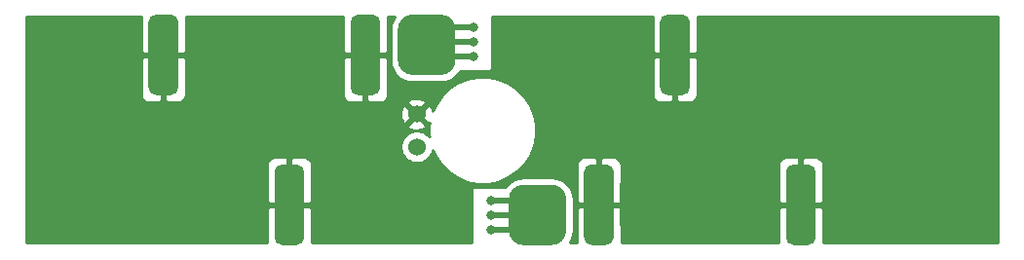
<source format=gtl>
%TF.GenerationSoftware,KiCad,Pcbnew,(5.1.9-0-10_14)*%
%TF.CreationDate,2021-09-11T10:50:20-05:00*%
%TF.ProjectId,OwlSat_Zbot_Panel,4f776c53-6174-45f5-9a62-6f745f50616e,rev?*%
%TF.SameCoordinates,Original*%
%TF.FileFunction,Copper,L1,Top*%
%TF.FilePolarity,Positive*%
%FSLAX46Y46*%
G04 Gerber Fmt 4.6, Leading zero omitted, Abs format (unit mm)*
G04 Created by KiCad (PCBNEW (5.1.9-0-10_14)) date 2021-09-11 10:50:20*
%MOMM*%
%LPD*%
G01*
G04 APERTURE LIST*
%TA.AperFunction,ComponentPad*%
%ADD10C,1.524000*%
%TD*%
%TA.AperFunction,ViaPad*%
%ADD11C,0.800000*%
%TD*%
%TA.AperFunction,Conductor*%
%ADD12C,0.500000*%
%TD*%
%TA.AperFunction,Conductor*%
%ADD13C,0.254000*%
%TD*%
%TA.AperFunction,Conductor*%
%ADD14C,0.100000*%
%TD*%
G04 APERTURE END LIST*
D10*
%TO.P,REF\u002A\u002A,2*%
%TO.N,Net-(U1-Pad2)*%
X143950000Y-83640000D03*
%TO.P,REF\u002A\u002A,1*%
%TO.N,Net-(U1-Pad1)*%
X143930000Y-80810000D03*
%TD*%
%TO.P,U1,4*%
%TO.N,Net-(U1-Pad1)*%
%TA.AperFunction,SMDPad,CuDef*%
G36*
G01*
X123230000Y-72800000D02*
X123230000Y-78500000D01*
G75*
G02*
X122580000Y-79150000I-650000J0D01*
G01*
X121280000Y-79150000D01*
G75*
G02*
X120630000Y-78500000I0J650000D01*
G01*
X120630000Y-72800000D01*
G75*
G02*
X121280000Y-72150000I650000J0D01*
G01*
X122580000Y-72150000D01*
G75*
G02*
X123230000Y-72800000I0J-650000D01*
G01*
G37*
%TD.AperFunction*%
%TO.P,U1,3*%
%TA.AperFunction,SMDPad,CuDef*%
G36*
G01*
X140780000Y-72800000D02*
X140780000Y-78500000D01*
G75*
G02*
X140130000Y-79150000I-650000J0D01*
G01*
X138830000Y-79150000D01*
G75*
G02*
X138180000Y-78500000I0J650000D01*
G01*
X138180000Y-72800000D01*
G75*
G02*
X138830000Y-72150000I650000J0D01*
G01*
X140130000Y-72150000D01*
G75*
G02*
X140780000Y-72800000I0J-650000D01*
G01*
G37*
%TD.AperFunction*%
%TO.P,U1,2*%
%TO.N,Net-(U1-Pad2)*%
%TA.AperFunction,SMDPad,CuDef*%
G36*
G01*
X147310000Y-73395000D02*
X147310000Y-76145000D01*
G75*
G02*
X146060000Y-77395000I-1250000J0D01*
G01*
X143560000Y-77395000D01*
G75*
G02*
X142310000Y-76145000I0J1250000D01*
G01*
X142310000Y-73395000D01*
G75*
G02*
X143560000Y-72145000I1250000J0D01*
G01*
X146060000Y-72145000D01*
G75*
G02*
X147310000Y-73395000I0J-1250000D01*
G01*
G37*
%TD.AperFunction*%
%TO.P,U1,1*%
%TO.N,Net-(U1-Pad1)*%
%TA.AperFunction,SMDPad,CuDef*%
G36*
G01*
X167680000Y-72800000D02*
X167680000Y-78500000D01*
G75*
G02*
X167030000Y-79150000I-650000J0D01*
G01*
X165730000Y-79150000D01*
G75*
G02*
X165080000Y-78500000I0J650000D01*
G01*
X165080000Y-72800000D01*
G75*
G02*
X165730000Y-72150000I650000J0D01*
G01*
X167030000Y-72150000D01*
G75*
G02*
X167680000Y-72800000I0J-650000D01*
G01*
G37*
%TD.AperFunction*%
%TD*%
%TO.P,U2,1*%
%TO.N,Net-(U1-Pad1)*%
%TA.AperFunction,SMDPad,CuDef*%
G36*
G01*
X131570000Y-91530000D02*
X131570000Y-85830000D01*
G75*
G02*
X132220000Y-85180000I650000J0D01*
G01*
X133520000Y-85180000D01*
G75*
G02*
X134170000Y-85830000I0J-650000D01*
G01*
X134170000Y-91530000D01*
G75*
G02*
X133520000Y-92180000I-650000J0D01*
G01*
X132220000Y-92180000D01*
G75*
G02*
X131570000Y-91530000I0J650000D01*
G01*
G37*
%TD.AperFunction*%
%TO.P,U2,2*%
%TO.N,Net-(U1-Pad2)*%
%TA.AperFunction,SMDPad,CuDef*%
G36*
G01*
X151940000Y-90935000D02*
X151940000Y-88185000D01*
G75*
G02*
X153190000Y-86935000I1250000J0D01*
G01*
X155690000Y-86935000D01*
G75*
G02*
X156940000Y-88185000I0J-1250000D01*
G01*
X156940000Y-90935000D01*
G75*
G02*
X155690000Y-92185000I-1250000J0D01*
G01*
X153190000Y-92185000D01*
G75*
G02*
X151940000Y-90935000I0J1250000D01*
G01*
G37*
%TD.AperFunction*%
%TO.P,U2,3*%
%TO.N,Net-(U1-Pad1)*%
%TA.AperFunction,SMDPad,CuDef*%
G36*
G01*
X158470000Y-91530000D02*
X158470000Y-85830000D01*
G75*
G02*
X159120000Y-85180000I650000J0D01*
G01*
X160420000Y-85180000D01*
G75*
G02*
X161070000Y-85830000I0J-650000D01*
G01*
X161070000Y-91530000D01*
G75*
G02*
X160420000Y-92180000I-650000J0D01*
G01*
X159120000Y-92180000D01*
G75*
G02*
X158470000Y-91530000I0J650000D01*
G01*
G37*
%TD.AperFunction*%
%TO.P,U2,4*%
%TA.AperFunction,SMDPad,CuDef*%
G36*
G01*
X176020000Y-91530000D02*
X176020000Y-85830000D01*
G75*
G02*
X176670000Y-85180000I650000J0D01*
G01*
X177970000Y-85180000D01*
G75*
G02*
X178620000Y-85830000I0J-650000D01*
G01*
X178620000Y-91530000D01*
G75*
G02*
X177970000Y-92180000I-650000J0D01*
G01*
X176670000Y-92180000D01*
G75*
G02*
X176020000Y-91530000I0J650000D01*
G01*
G37*
%TD.AperFunction*%
%TD*%
D11*
%TO.N,Net-(U1-Pad2)*%
X148910000Y-73260000D03*
X148920000Y-74490000D03*
X148920000Y-75820000D03*
X150370000Y-88350000D03*
X150380000Y-89570000D03*
X150380000Y-90830000D03*
%TD*%
D12*
%TO.N,Net-(U1-Pad2)*%
X153230000Y-88350000D02*
X154440000Y-89560000D01*
X150370000Y-88350000D02*
X153230000Y-88350000D01*
X154430000Y-89570000D02*
X154440000Y-89560000D01*
X150380000Y-89570000D02*
X154430000Y-89570000D01*
X153170000Y-90830000D02*
X154440000Y-89560000D01*
X150380000Y-90830000D02*
X153170000Y-90830000D01*
X146320000Y-73260000D02*
X144810000Y-74770000D01*
X148910000Y-73260000D02*
X146320000Y-73260000D01*
X145090000Y-74490000D02*
X144810000Y-74770000D01*
X148920000Y-74490000D02*
X145090000Y-74490000D01*
X145860000Y-75820000D02*
X144810000Y-74770000D01*
X148920000Y-75820000D02*
X145860000Y-75820000D01*
%TD*%
D13*
%TO.N,Net-(U1-Pad1)*%
X119995000Y-75364250D02*
X120153750Y-75523000D01*
X121803000Y-75523000D01*
X121803000Y-75503000D01*
X122057000Y-75503000D01*
X122057000Y-75523000D01*
X123706250Y-75523000D01*
X123865000Y-75364250D01*
X123867893Y-72337000D01*
X137542107Y-72337000D01*
X137545000Y-75364250D01*
X137703750Y-75523000D01*
X139353000Y-75523000D01*
X139353000Y-75503000D01*
X139607000Y-75503000D01*
X139607000Y-75523000D01*
X141256250Y-75523000D01*
X141415000Y-75364250D01*
X141417893Y-72337000D01*
X141997547Y-72337000D01*
X141990126Y-72346043D01*
X141815649Y-72672466D01*
X141708207Y-73026655D01*
X141671928Y-73395000D01*
X141671928Y-76145000D01*
X141708207Y-76513345D01*
X141815649Y-76867534D01*
X141990126Y-77193957D01*
X142224931Y-77480069D01*
X142511043Y-77714874D01*
X142837466Y-77889351D01*
X143191655Y-77996793D01*
X143560000Y-78033072D01*
X146060000Y-78033072D01*
X146428345Y-77996793D01*
X146782534Y-77889351D01*
X147108957Y-77714874D01*
X147395069Y-77480069D01*
X147629874Y-77193957D01*
X147719115Y-77027000D01*
X150320000Y-77027000D01*
X150344776Y-77024560D01*
X150368601Y-77017333D01*
X150390557Y-77005597D01*
X150409803Y-76989803D01*
X150425597Y-76970557D01*
X150437333Y-76948601D01*
X150444560Y-76924776D01*
X150447000Y-76900000D01*
X150447000Y-72337000D01*
X164442107Y-72337000D01*
X164445000Y-75364250D01*
X164603750Y-75523000D01*
X166253000Y-75523000D01*
X166253000Y-75503000D01*
X166507000Y-75503000D01*
X166507000Y-75523000D01*
X168156250Y-75523000D01*
X168315000Y-75364250D01*
X168317893Y-72337000D01*
X194463000Y-72337000D01*
X194463000Y-91993000D01*
X179257893Y-91993000D01*
X179255000Y-88965750D01*
X179096250Y-88807000D01*
X177447000Y-88807000D01*
X177447000Y-88827000D01*
X177193000Y-88827000D01*
X177193000Y-88807000D01*
X175543750Y-88807000D01*
X175385000Y-88965750D01*
X175382107Y-91993000D01*
X161707893Y-91993000D01*
X161705000Y-88965750D01*
X161546250Y-88807000D01*
X159897000Y-88807000D01*
X159897000Y-88827000D01*
X159643000Y-88827000D01*
X159643000Y-88807000D01*
X157993750Y-88807000D01*
X157835000Y-88965750D01*
X157832107Y-91993000D01*
X157252453Y-91993000D01*
X157259874Y-91983957D01*
X157434351Y-91657534D01*
X157541793Y-91303345D01*
X157578072Y-90935000D01*
X157578072Y-88185000D01*
X157541793Y-87816655D01*
X157434351Y-87462466D01*
X157259874Y-87136043D01*
X157025069Y-86849931D01*
X156738957Y-86615126D01*
X156412534Y-86440649D01*
X156058345Y-86333207D01*
X155690000Y-86296928D01*
X153190000Y-86296928D01*
X152821655Y-86333207D01*
X152467466Y-86440649D01*
X152141043Y-86615126D01*
X151854931Y-86849931D01*
X151620126Y-87136043D01*
X151611062Y-87153000D01*
X148840000Y-87153000D01*
X148815224Y-87155440D01*
X148791399Y-87162667D01*
X148769443Y-87174403D01*
X148750197Y-87190197D01*
X148734403Y-87209443D01*
X148722667Y-87231399D01*
X148715440Y-87255224D01*
X148713000Y-87280000D01*
X148713000Y-91993000D01*
X134807893Y-91993000D01*
X134805000Y-88965750D01*
X134646250Y-88807000D01*
X132997000Y-88807000D01*
X132997000Y-88827000D01*
X132743000Y-88827000D01*
X132743000Y-88807000D01*
X131093750Y-88807000D01*
X130935000Y-88965750D01*
X130932107Y-91993000D01*
X109977000Y-91993000D01*
X109977000Y-85180000D01*
X130931928Y-85180000D01*
X130935000Y-88394250D01*
X131093750Y-88553000D01*
X132743000Y-88553000D01*
X132743000Y-84703750D01*
X132997000Y-84703750D01*
X132997000Y-88553000D01*
X134646250Y-88553000D01*
X134805000Y-88394250D01*
X134808072Y-85180000D01*
X134795812Y-85055518D01*
X134759502Y-84935820D01*
X134700537Y-84825506D01*
X134621185Y-84728815D01*
X134524494Y-84649463D01*
X134414180Y-84590498D01*
X134294482Y-84554188D01*
X134170000Y-84541928D01*
X133155750Y-84545000D01*
X132997000Y-84703750D01*
X132743000Y-84703750D01*
X132584250Y-84545000D01*
X131570000Y-84541928D01*
X131445518Y-84554188D01*
X131325820Y-84590498D01*
X131215506Y-84649463D01*
X131118815Y-84728815D01*
X131039463Y-84825506D01*
X130980498Y-84935820D01*
X130944188Y-85055518D01*
X130931928Y-85180000D01*
X109977000Y-85180000D01*
X109977000Y-83502408D01*
X142553000Y-83502408D01*
X142553000Y-83777592D01*
X142606686Y-84047490D01*
X142711995Y-84301727D01*
X142864880Y-84530535D01*
X143059465Y-84725120D01*
X143288273Y-84878005D01*
X143542510Y-84983314D01*
X143812408Y-85037000D01*
X144087592Y-85037000D01*
X144357490Y-84983314D01*
X144611727Y-84878005D01*
X144840535Y-84725120D01*
X145035120Y-84530535D01*
X145188005Y-84301727D01*
X145293314Y-84047490D01*
X145325996Y-83883188D01*
X145542608Y-84406137D01*
X146052311Y-85168961D01*
X146701039Y-85817689D01*
X147463863Y-86327392D01*
X148311468Y-86678481D01*
X149211280Y-86857465D01*
X150128720Y-86857465D01*
X151028532Y-86678481D01*
X151876137Y-86327392D01*
X152638961Y-85817689D01*
X153276650Y-85180000D01*
X157831928Y-85180000D01*
X157835000Y-88394250D01*
X157993750Y-88553000D01*
X159643000Y-88553000D01*
X159643000Y-84703750D01*
X159897000Y-84703750D01*
X159897000Y-88553000D01*
X161546250Y-88553000D01*
X161705000Y-88394250D01*
X161708072Y-85180000D01*
X175381928Y-85180000D01*
X175385000Y-88394250D01*
X175543750Y-88553000D01*
X177193000Y-88553000D01*
X177193000Y-84703750D01*
X177447000Y-84703750D01*
X177447000Y-88553000D01*
X179096250Y-88553000D01*
X179255000Y-88394250D01*
X179258072Y-85180000D01*
X179245812Y-85055518D01*
X179209502Y-84935820D01*
X179150537Y-84825506D01*
X179071185Y-84728815D01*
X178974494Y-84649463D01*
X178864180Y-84590498D01*
X178744482Y-84554188D01*
X178620000Y-84541928D01*
X177605750Y-84545000D01*
X177447000Y-84703750D01*
X177193000Y-84703750D01*
X177034250Y-84545000D01*
X176020000Y-84541928D01*
X175895518Y-84554188D01*
X175775820Y-84590498D01*
X175665506Y-84649463D01*
X175568815Y-84728815D01*
X175489463Y-84825506D01*
X175430498Y-84935820D01*
X175394188Y-85055518D01*
X175381928Y-85180000D01*
X161708072Y-85180000D01*
X161695812Y-85055518D01*
X161659502Y-84935820D01*
X161600537Y-84825506D01*
X161521185Y-84728815D01*
X161424494Y-84649463D01*
X161314180Y-84590498D01*
X161194482Y-84554188D01*
X161070000Y-84541928D01*
X160055750Y-84545000D01*
X159897000Y-84703750D01*
X159643000Y-84703750D01*
X159484250Y-84545000D01*
X158470000Y-84541928D01*
X158345518Y-84554188D01*
X158225820Y-84590498D01*
X158115506Y-84649463D01*
X158018815Y-84728815D01*
X157939463Y-84825506D01*
X157880498Y-84935820D01*
X157844188Y-85055518D01*
X157831928Y-85180000D01*
X153276650Y-85180000D01*
X153287689Y-85168961D01*
X153797392Y-84406137D01*
X154148481Y-83558532D01*
X154327465Y-82658720D01*
X154327465Y-81741280D01*
X154148481Y-80841468D01*
X153797392Y-79993863D01*
X153287689Y-79231039D01*
X153206650Y-79150000D01*
X164441928Y-79150000D01*
X164454188Y-79274482D01*
X164490498Y-79394180D01*
X164549463Y-79504494D01*
X164628815Y-79601185D01*
X164725506Y-79680537D01*
X164835820Y-79739502D01*
X164955518Y-79775812D01*
X165080000Y-79788072D01*
X166094250Y-79785000D01*
X166253000Y-79626250D01*
X166253000Y-75777000D01*
X166507000Y-75777000D01*
X166507000Y-79626250D01*
X166665750Y-79785000D01*
X167680000Y-79788072D01*
X167804482Y-79775812D01*
X167924180Y-79739502D01*
X168034494Y-79680537D01*
X168131185Y-79601185D01*
X168210537Y-79504494D01*
X168269502Y-79394180D01*
X168305812Y-79274482D01*
X168318072Y-79150000D01*
X168315000Y-75935750D01*
X168156250Y-75777000D01*
X166507000Y-75777000D01*
X166253000Y-75777000D01*
X164603750Y-75777000D01*
X164445000Y-75935750D01*
X164441928Y-79150000D01*
X153206650Y-79150000D01*
X152638961Y-78582311D01*
X151876137Y-78072608D01*
X151028532Y-77721519D01*
X150128720Y-77542535D01*
X149211280Y-77542535D01*
X148311468Y-77721519D01*
X147463863Y-78072608D01*
X146701039Y-78582311D01*
X146052311Y-79231039D01*
X145542608Y-79993863D01*
X145305903Y-80565321D01*
X145290922Y-80465867D01*
X145197636Y-80206977D01*
X145135656Y-80091020D01*
X144895565Y-80024040D01*
X144109605Y-80810000D01*
X144895565Y-81595960D01*
X145050012Y-81552873D01*
X145012535Y-81741280D01*
X145012535Y-82658720D01*
X145029459Y-82743804D01*
X144840535Y-82554880D01*
X144611727Y-82401995D01*
X144357490Y-82296686D01*
X144087592Y-82243000D01*
X143812408Y-82243000D01*
X143542510Y-82296686D01*
X143288273Y-82401995D01*
X143059465Y-82554880D01*
X142864880Y-82749465D01*
X142711995Y-82978273D01*
X142606686Y-83232510D01*
X142553000Y-83502408D01*
X109977000Y-83502408D01*
X109977000Y-81775565D01*
X143144040Y-81775565D01*
X143211020Y-82015656D01*
X143460048Y-82132756D01*
X143727135Y-82199023D01*
X144002017Y-82211910D01*
X144274133Y-82170922D01*
X144533023Y-82077636D01*
X144648980Y-82015656D01*
X144715960Y-81775565D01*
X143930000Y-80989605D01*
X143144040Y-81775565D01*
X109977000Y-81775565D01*
X109977000Y-80882017D01*
X142528090Y-80882017D01*
X142569078Y-81154133D01*
X142662364Y-81413023D01*
X142724344Y-81528980D01*
X142964435Y-81595960D01*
X143750395Y-80810000D01*
X142964435Y-80024040D01*
X142724344Y-80091020D01*
X142607244Y-80340048D01*
X142540977Y-80607135D01*
X142528090Y-80882017D01*
X109977000Y-80882017D01*
X109977000Y-79844435D01*
X143144040Y-79844435D01*
X143930000Y-80630395D01*
X144715960Y-79844435D01*
X144648980Y-79604344D01*
X144399952Y-79487244D01*
X144132865Y-79420977D01*
X143857983Y-79408090D01*
X143585867Y-79449078D01*
X143326977Y-79542364D01*
X143211020Y-79604344D01*
X143144040Y-79844435D01*
X109977000Y-79844435D01*
X109977000Y-79150000D01*
X119991928Y-79150000D01*
X120004188Y-79274482D01*
X120040498Y-79394180D01*
X120099463Y-79504494D01*
X120178815Y-79601185D01*
X120275506Y-79680537D01*
X120385820Y-79739502D01*
X120505518Y-79775812D01*
X120630000Y-79788072D01*
X121644250Y-79785000D01*
X121803000Y-79626250D01*
X121803000Y-75777000D01*
X122057000Y-75777000D01*
X122057000Y-79626250D01*
X122215750Y-79785000D01*
X123230000Y-79788072D01*
X123354482Y-79775812D01*
X123474180Y-79739502D01*
X123584494Y-79680537D01*
X123681185Y-79601185D01*
X123760537Y-79504494D01*
X123819502Y-79394180D01*
X123855812Y-79274482D01*
X123868072Y-79150000D01*
X137541928Y-79150000D01*
X137554188Y-79274482D01*
X137590498Y-79394180D01*
X137649463Y-79504494D01*
X137728815Y-79601185D01*
X137825506Y-79680537D01*
X137935820Y-79739502D01*
X138055518Y-79775812D01*
X138180000Y-79788072D01*
X139194250Y-79785000D01*
X139353000Y-79626250D01*
X139353000Y-75777000D01*
X139607000Y-75777000D01*
X139607000Y-79626250D01*
X139765750Y-79785000D01*
X140780000Y-79788072D01*
X140904482Y-79775812D01*
X141024180Y-79739502D01*
X141134494Y-79680537D01*
X141231185Y-79601185D01*
X141310537Y-79504494D01*
X141369502Y-79394180D01*
X141405812Y-79274482D01*
X141418072Y-79150000D01*
X141415000Y-75935750D01*
X141256250Y-75777000D01*
X139607000Y-75777000D01*
X139353000Y-75777000D01*
X137703750Y-75777000D01*
X137545000Y-75935750D01*
X137541928Y-79150000D01*
X123868072Y-79150000D01*
X123865000Y-75935750D01*
X123706250Y-75777000D01*
X122057000Y-75777000D01*
X121803000Y-75777000D01*
X120153750Y-75777000D01*
X119995000Y-75935750D01*
X119991928Y-79150000D01*
X109977000Y-79150000D01*
X109977000Y-72337000D01*
X119992107Y-72337000D01*
X119995000Y-75364250D01*
%TA.AperFunction,Conductor*%
D14*
G36*
X119995000Y-75364250D02*
G01*
X120153750Y-75523000D01*
X121803000Y-75523000D01*
X121803000Y-75503000D01*
X122057000Y-75503000D01*
X122057000Y-75523000D01*
X123706250Y-75523000D01*
X123865000Y-75364250D01*
X123867893Y-72337000D01*
X137542107Y-72337000D01*
X137545000Y-75364250D01*
X137703750Y-75523000D01*
X139353000Y-75523000D01*
X139353000Y-75503000D01*
X139607000Y-75503000D01*
X139607000Y-75523000D01*
X141256250Y-75523000D01*
X141415000Y-75364250D01*
X141417893Y-72337000D01*
X141997547Y-72337000D01*
X141990126Y-72346043D01*
X141815649Y-72672466D01*
X141708207Y-73026655D01*
X141671928Y-73395000D01*
X141671928Y-76145000D01*
X141708207Y-76513345D01*
X141815649Y-76867534D01*
X141990126Y-77193957D01*
X142224931Y-77480069D01*
X142511043Y-77714874D01*
X142837466Y-77889351D01*
X143191655Y-77996793D01*
X143560000Y-78033072D01*
X146060000Y-78033072D01*
X146428345Y-77996793D01*
X146782534Y-77889351D01*
X147108957Y-77714874D01*
X147395069Y-77480069D01*
X147629874Y-77193957D01*
X147719115Y-77027000D01*
X150320000Y-77027000D01*
X150344776Y-77024560D01*
X150368601Y-77017333D01*
X150390557Y-77005597D01*
X150409803Y-76989803D01*
X150425597Y-76970557D01*
X150437333Y-76948601D01*
X150444560Y-76924776D01*
X150447000Y-76900000D01*
X150447000Y-72337000D01*
X164442107Y-72337000D01*
X164445000Y-75364250D01*
X164603750Y-75523000D01*
X166253000Y-75523000D01*
X166253000Y-75503000D01*
X166507000Y-75503000D01*
X166507000Y-75523000D01*
X168156250Y-75523000D01*
X168315000Y-75364250D01*
X168317893Y-72337000D01*
X194463000Y-72337000D01*
X194463000Y-91993000D01*
X179257893Y-91993000D01*
X179255000Y-88965750D01*
X179096250Y-88807000D01*
X177447000Y-88807000D01*
X177447000Y-88827000D01*
X177193000Y-88827000D01*
X177193000Y-88807000D01*
X175543750Y-88807000D01*
X175385000Y-88965750D01*
X175382107Y-91993000D01*
X161707893Y-91993000D01*
X161705000Y-88965750D01*
X161546250Y-88807000D01*
X159897000Y-88807000D01*
X159897000Y-88827000D01*
X159643000Y-88827000D01*
X159643000Y-88807000D01*
X157993750Y-88807000D01*
X157835000Y-88965750D01*
X157832107Y-91993000D01*
X157252453Y-91993000D01*
X157259874Y-91983957D01*
X157434351Y-91657534D01*
X157541793Y-91303345D01*
X157578072Y-90935000D01*
X157578072Y-88185000D01*
X157541793Y-87816655D01*
X157434351Y-87462466D01*
X157259874Y-87136043D01*
X157025069Y-86849931D01*
X156738957Y-86615126D01*
X156412534Y-86440649D01*
X156058345Y-86333207D01*
X155690000Y-86296928D01*
X153190000Y-86296928D01*
X152821655Y-86333207D01*
X152467466Y-86440649D01*
X152141043Y-86615126D01*
X151854931Y-86849931D01*
X151620126Y-87136043D01*
X151611062Y-87153000D01*
X148840000Y-87153000D01*
X148815224Y-87155440D01*
X148791399Y-87162667D01*
X148769443Y-87174403D01*
X148750197Y-87190197D01*
X148734403Y-87209443D01*
X148722667Y-87231399D01*
X148715440Y-87255224D01*
X148713000Y-87280000D01*
X148713000Y-91993000D01*
X134807893Y-91993000D01*
X134805000Y-88965750D01*
X134646250Y-88807000D01*
X132997000Y-88807000D01*
X132997000Y-88827000D01*
X132743000Y-88827000D01*
X132743000Y-88807000D01*
X131093750Y-88807000D01*
X130935000Y-88965750D01*
X130932107Y-91993000D01*
X109977000Y-91993000D01*
X109977000Y-85180000D01*
X130931928Y-85180000D01*
X130935000Y-88394250D01*
X131093750Y-88553000D01*
X132743000Y-88553000D01*
X132743000Y-84703750D01*
X132997000Y-84703750D01*
X132997000Y-88553000D01*
X134646250Y-88553000D01*
X134805000Y-88394250D01*
X134808072Y-85180000D01*
X134795812Y-85055518D01*
X134759502Y-84935820D01*
X134700537Y-84825506D01*
X134621185Y-84728815D01*
X134524494Y-84649463D01*
X134414180Y-84590498D01*
X134294482Y-84554188D01*
X134170000Y-84541928D01*
X133155750Y-84545000D01*
X132997000Y-84703750D01*
X132743000Y-84703750D01*
X132584250Y-84545000D01*
X131570000Y-84541928D01*
X131445518Y-84554188D01*
X131325820Y-84590498D01*
X131215506Y-84649463D01*
X131118815Y-84728815D01*
X131039463Y-84825506D01*
X130980498Y-84935820D01*
X130944188Y-85055518D01*
X130931928Y-85180000D01*
X109977000Y-85180000D01*
X109977000Y-83502408D01*
X142553000Y-83502408D01*
X142553000Y-83777592D01*
X142606686Y-84047490D01*
X142711995Y-84301727D01*
X142864880Y-84530535D01*
X143059465Y-84725120D01*
X143288273Y-84878005D01*
X143542510Y-84983314D01*
X143812408Y-85037000D01*
X144087592Y-85037000D01*
X144357490Y-84983314D01*
X144611727Y-84878005D01*
X144840535Y-84725120D01*
X145035120Y-84530535D01*
X145188005Y-84301727D01*
X145293314Y-84047490D01*
X145325996Y-83883188D01*
X145542608Y-84406137D01*
X146052311Y-85168961D01*
X146701039Y-85817689D01*
X147463863Y-86327392D01*
X148311468Y-86678481D01*
X149211280Y-86857465D01*
X150128720Y-86857465D01*
X151028532Y-86678481D01*
X151876137Y-86327392D01*
X152638961Y-85817689D01*
X153276650Y-85180000D01*
X157831928Y-85180000D01*
X157835000Y-88394250D01*
X157993750Y-88553000D01*
X159643000Y-88553000D01*
X159643000Y-84703750D01*
X159897000Y-84703750D01*
X159897000Y-88553000D01*
X161546250Y-88553000D01*
X161705000Y-88394250D01*
X161708072Y-85180000D01*
X175381928Y-85180000D01*
X175385000Y-88394250D01*
X175543750Y-88553000D01*
X177193000Y-88553000D01*
X177193000Y-84703750D01*
X177447000Y-84703750D01*
X177447000Y-88553000D01*
X179096250Y-88553000D01*
X179255000Y-88394250D01*
X179258072Y-85180000D01*
X179245812Y-85055518D01*
X179209502Y-84935820D01*
X179150537Y-84825506D01*
X179071185Y-84728815D01*
X178974494Y-84649463D01*
X178864180Y-84590498D01*
X178744482Y-84554188D01*
X178620000Y-84541928D01*
X177605750Y-84545000D01*
X177447000Y-84703750D01*
X177193000Y-84703750D01*
X177034250Y-84545000D01*
X176020000Y-84541928D01*
X175895518Y-84554188D01*
X175775820Y-84590498D01*
X175665506Y-84649463D01*
X175568815Y-84728815D01*
X175489463Y-84825506D01*
X175430498Y-84935820D01*
X175394188Y-85055518D01*
X175381928Y-85180000D01*
X161708072Y-85180000D01*
X161695812Y-85055518D01*
X161659502Y-84935820D01*
X161600537Y-84825506D01*
X161521185Y-84728815D01*
X161424494Y-84649463D01*
X161314180Y-84590498D01*
X161194482Y-84554188D01*
X161070000Y-84541928D01*
X160055750Y-84545000D01*
X159897000Y-84703750D01*
X159643000Y-84703750D01*
X159484250Y-84545000D01*
X158470000Y-84541928D01*
X158345518Y-84554188D01*
X158225820Y-84590498D01*
X158115506Y-84649463D01*
X158018815Y-84728815D01*
X157939463Y-84825506D01*
X157880498Y-84935820D01*
X157844188Y-85055518D01*
X157831928Y-85180000D01*
X153276650Y-85180000D01*
X153287689Y-85168961D01*
X153797392Y-84406137D01*
X154148481Y-83558532D01*
X154327465Y-82658720D01*
X154327465Y-81741280D01*
X154148481Y-80841468D01*
X153797392Y-79993863D01*
X153287689Y-79231039D01*
X153206650Y-79150000D01*
X164441928Y-79150000D01*
X164454188Y-79274482D01*
X164490498Y-79394180D01*
X164549463Y-79504494D01*
X164628815Y-79601185D01*
X164725506Y-79680537D01*
X164835820Y-79739502D01*
X164955518Y-79775812D01*
X165080000Y-79788072D01*
X166094250Y-79785000D01*
X166253000Y-79626250D01*
X166253000Y-75777000D01*
X166507000Y-75777000D01*
X166507000Y-79626250D01*
X166665750Y-79785000D01*
X167680000Y-79788072D01*
X167804482Y-79775812D01*
X167924180Y-79739502D01*
X168034494Y-79680537D01*
X168131185Y-79601185D01*
X168210537Y-79504494D01*
X168269502Y-79394180D01*
X168305812Y-79274482D01*
X168318072Y-79150000D01*
X168315000Y-75935750D01*
X168156250Y-75777000D01*
X166507000Y-75777000D01*
X166253000Y-75777000D01*
X164603750Y-75777000D01*
X164445000Y-75935750D01*
X164441928Y-79150000D01*
X153206650Y-79150000D01*
X152638961Y-78582311D01*
X151876137Y-78072608D01*
X151028532Y-77721519D01*
X150128720Y-77542535D01*
X149211280Y-77542535D01*
X148311468Y-77721519D01*
X147463863Y-78072608D01*
X146701039Y-78582311D01*
X146052311Y-79231039D01*
X145542608Y-79993863D01*
X145305903Y-80565321D01*
X145290922Y-80465867D01*
X145197636Y-80206977D01*
X145135656Y-80091020D01*
X144895565Y-80024040D01*
X144109605Y-80810000D01*
X144895565Y-81595960D01*
X145050012Y-81552873D01*
X145012535Y-81741280D01*
X145012535Y-82658720D01*
X145029459Y-82743804D01*
X144840535Y-82554880D01*
X144611727Y-82401995D01*
X144357490Y-82296686D01*
X144087592Y-82243000D01*
X143812408Y-82243000D01*
X143542510Y-82296686D01*
X143288273Y-82401995D01*
X143059465Y-82554880D01*
X142864880Y-82749465D01*
X142711995Y-82978273D01*
X142606686Y-83232510D01*
X142553000Y-83502408D01*
X109977000Y-83502408D01*
X109977000Y-81775565D01*
X143144040Y-81775565D01*
X143211020Y-82015656D01*
X143460048Y-82132756D01*
X143727135Y-82199023D01*
X144002017Y-82211910D01*
X144274133Y-82170922D01*
X144533023Y-82077636D01*
X144648980Y-82015656D01*
X144715960Y-81775565D01*
X143930000Y-80989605D01*
X143144040Y-81775565D01*
X109977000Y-81775565D01*
X109977000Y-80882017D01*
X142528090Y-80882017D01*
X142569078Y-81154133D01*
X142662364Y-81413023D01*
X142724344Y-81528980D01*
X142964435Y-81595960D01*
X143750395Y-80810000D01*
X142964435Y-80024040D01*
X142724344Y-80091020D01*
X142607244Y-80340048D01*
X142540977Y-80607135D01*
X142528090Y-80882017D01*
X109977000Y-80882017D01*
X109977000Y-79844435D01*
X143144040Y-79844435D01*
X143930000Y-80630395D01*
X144715960Y-79844435D01*
X144648980Y-79604344D01*
X144399952Y-79487244D01*
X144132865Y-79420977D01*
X143857983Y-79408090D01*
X143585867Y-79449078D01*
X143326977Y-79542364D01*
X143211020Y-79604344D01*
X143144040Y-79844435D01*
X109977000Y-79844435D01*
X109977000Y-79150000D01*
X119991928Y-79150000D01*
X120004188Y-79274482D01*
X120040498Y-79394180D01*
X120099463Y-79504494D01*
X120178815Y-79601185D01*
X120275506Y-79680537D01*
X120385820Y-79739502D01*
X120505518Y-79775812D01*
X120630000Y-79788072D01*
X121644250Y-79785000D01*
X121803000Y-79626250D01*
X121803000Y-75777000D01*
X122057000Y-75777000D01*
X122057000Y-79626250D01*
X122215750Y-79785000D01*
X123230000Y-79788072D01*
X123354482Y-79775812D01*
X123474180Y-79739502D01*
X123584494Y-79680537D01*
X123681185Y-79601185D01*
X123760537Y-79504494D01*
X123819502Y-79394180D01*
X123855812Y-79274482D01*
X123868072Y-79150000D01*
X137541928Y-79150000D01*
X137554188Y-79274482D01*
X137590498Y-79394180D01*
X137649463Y-79504494D01*
X137728815Y-79601185D01*
X137825506Y-79680537D01*
X137935820Y-79739502D01*
X138055518Y-79775812D01*
X138180000Y-79788072D01*
X139194250Y-79785000D01*
X139353000Y-79626250D01*
X139353000Y-75777000D01*
X139607000Y-75777000D01*
X139607000Y-79626250D01*
X139765750Y-79785000D01*
X140780000Y-79788072D01*
X140904482Y-79775812D01*
X141024180Y-79739502D01*
X141134494Y-79680537D01*
X141231185Y-79601185D01*
X141310537Y-79504494D01*
X141369502Y-79394180D01*
X141405812Y-79274482D01*
X141418072Y-79150000D01*
X141415000Y-75935750D01*
X141256250Y-75777000D01*
X139607000Y-75777000D01*
X139353000Y-75777000D01*
X137703750Y-75777000D01*
X137545000Y-75935750D01*
X137541928Y-79150000D01*
X123868072Y-79150000D01*
X123865000Y-75935750D01*
X123706250Y-75777000D01*
X122057000Y-75777000D01*
X121803000Y-75777000D01*
X120153750Y-75777000D01*
X119995000Y-75935750D01*
X119991928Y-79150000D01*
X109977000Y-79150000D01*
X109977000Y-72337000D01*
X119992107Y-72337000D01*
X119995000Y-75364250D01*
G37*
%TD.AperFunction*%
%TD*%
M02*

</source>
